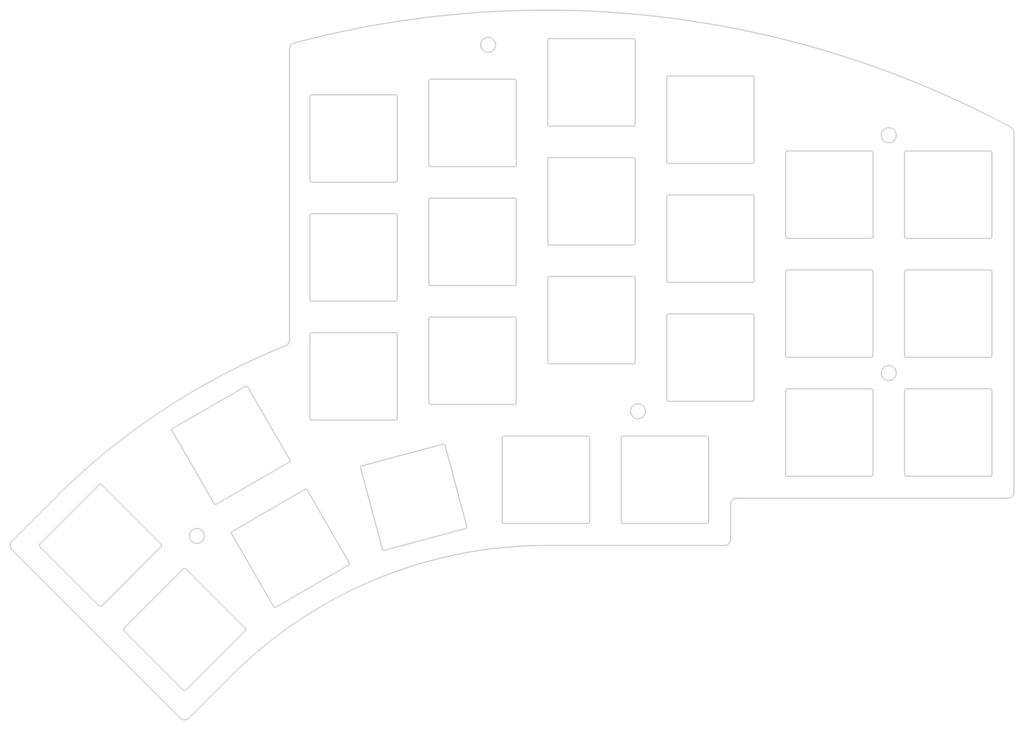
<source format=kicad_pcb>
(kicad_pcb (version 20221018) (generator pcbnew)

  (general
    (thickness 1.6)
  )

  (paper "A4")
  (layers
    (0 "F.Cu" signal)
    (31 "B.Cu" signal)
    (32 "B.Adhes" user "B.Adhesive")
    (33 "F.Adhes" user "F.Adhesive")
    (34 "B.Paste" user)
    (35 "F.Paste" user)
    (36 "B.SilkS" user "B.Silkscreen")
    (37 "F.SilkS" user "F.Silkscreen")
    (38 "B.Mask" user)
    (39 "F.Mask" user)
    (40 "Dwgs.User" user "User.Drawings")
    (41 "Cmts.User" user "User.Comments")
    (42 "Eco1.User" user "User.Eco1")
    (43 "Eco2.User" user "User.Eco2")
    (44 "Edge.Cuts" user)
    (45 "Margin" user)
    (46 "B.CrtYd" user "B.Courtyard")
    (47 "F.CrtYd" user "F.Courtyard")
    (48 "B.Fab" user)
    (49 "F.Fab" user)
    (50 "User.1" user)
    (51 "User.2" user)
    (52 "User.3" user)
    (53 "User.4" user)
    (54 "User.5" user)
    (55 "User.6" user)
    (56 "User.7" user)
    (57 "User.8" user)
    (58 "User.9" user)
  )

  (setup
    (pad_to_mask_clearance 0)
    (pcbplotparams
      (layerselection 0x0002000_7ffffffe)
      (plot_on_all_layers_selection 0x0002000_00000000)
      (disableapertmacros false)
      (usegerberextensions false)
      (usegerberattributes true)
      (usegerberadvancedattributes true)
      (creategerberjobfile true)
      (dashed_line_dash_ratio 12.000000)
      (dashed_line_gap_ratio 3.000000)
      (svgprecision 4)
      (plotframeref false)
      (viasonmask false)
      (mode 1)
      (useauxorigin false)
      (hpglpennumber 1)
      (hpglpenspeed 20)
      (hpglpendiameter 15.000000)
      (dxfpolygonmode true)
      (dxfimperialunits false)
      (dxfusepcbnewfont true)
      (psnegative false)
      (psa4output false)
      (plotreference true)
      (plotvalue true)
      (plotinvisibletext false)
      (sketchpadsonfab false)
      (subtractmaskfromsilk false)
      (outputformat 3)
      (mirror false)
      (drillshape 0)
      (scaleselection 1)
      (outputdirectory "dxf/")
    )
  )

  (net 0 "")

  (gr_line (start -26.887691 -8.253504) (end -26.887691 5.146496)
    (stroke (width 0.2) (type solid)) (layer "Edge.Cuts") (tstamp 00c409fb-acf0-46e2-ac1e-0b95576c5381))
  (gr_arc (start -46.26053 53.174318) (mid -46.967637 53.467211) (end -47.674744 53.174318)
    (stroke (width 0.2) (type solid)) (layer "Edge.Cuts") (tstamp 010753ae-f1ee-45cc-9daa-b44eada8ba66))
  (gr_line (start -30.233491 12.199829) (end -41.838231 18.899829)
    (stroke (width 0.2) (type solid)) (layer "Edge.Cuts") (tstamp 010ff617-b37d-4779-ba68-2fff777eed7b))
  (gr_line (start 85.887309 -40.582251) (end 85.887309 16.971496)
    (stroke (width 0.2) (type solid)) (layer "Edge.Cuts") (tstamp 042a5cdb-fafe-48c9-8c58-b4da1a12691b))
  (gr_arc (start -7.537691 -16.103504) (mid -7.749823 -16.191372) (end -7.837691 -16.403504)
    (stroke (width 0.2) (type solid)) (layer "Edge.Cuts") (tstamp 047a6991-4014-4da0-8188-7f76737a2c3a))
  (gr_line (start 44.262309 -35.953504) (end 44.262309 -49.353504)
    (stroke (width 0.2) (type solid)) (layer "Edge.Cuts") (tstamp 0731452d-82a2-4231-b774-ef0c31824e94))
  (gr_arc (start -26.587691 -32.653504) (mid -26.799823 -32.741372) (end -26.887691 -32.953504)
    (stroke (width 0.2) (type solid)) (layer "Edge.Cuts") (tstamp 07c05834-2af7-4f42-9f5d-3545fe67e8f3))
  (gr_arc (start 4.226418 22.016324) (mid 4.014286 21.928456) (end 3.926418 21.716324)
    (stroke (width 0.2) (type solid)) (layer "Edge.Cuts") (tstamp 098a81b9-39f0-469e-aa37-99d208068b07))
  (gr_line (start -47.179769 29.309464) (end -56.655 38.784695)
    (stroke (width 0.2) (type solid)) (layer "Edge.Cuts") (tstamp 0bbb6aeb-2d1c-4fae-95fb-4014f8a9c687))
  (gr_line (start -60.650153 35.213805) (end -70.125384 25.738575)
    (stroke (width 0.2) (type solid)) (layer "Edge.Cuts") (tstamp 0f2eecfe-83ba-4465-96f5-bd4e0b7bbbad))
  (gr_arc (start -39.423039 23.683065) (mid -39.453009 23.455419) (end -39.313231 23.273257)
    (stroke (width 0.2) (type solid)) (layer "Edge.Cuts") (tstamp 11e6ed99-dab5-45a0-9850-945be0d8def5))
  (gr_line (start -13.187691 -27.603504) (end -26.587691 -27.603504)
    (stroke (width 0.2) (type solid)) (layer "Edge.Cuts") (tstamp 123bd267-bdbf-43b0-a1d7-b09fdb6fc826))
  (gr_line (start 82.362309 14.146506) (end 82.362309 0.746506)
    (stroke (width 0.2) (type solid)) (layer "Edge.Cuts") (tstamp 13285faa-acda-4e8d-b40e-ea507ca3462e))
  (gr_arc (start -60.650153 15.83908) (mid -60.438021 15.751212) (end -60.225889 15.83908)
    (stroke (width 0.2) (type solid)) (layer "Edge.Cuts") (tstamp 1334516b-6e42-4200-99ec-4f34a313268f))
  (gr_arc (start -30.162691 -7.384762) (mid -30.333747 -6.825429) (end -30.788397 -6.457452)
    (stroke (width 0.2) (type solid)) (layer "Edge.Cuts") (tstamp 14a4199a-42cd-450f-a1a6-62cdd3276c71))
  (gr_line (start 30.262309 -11.253504) (end 30.262309 2.146496)
    (stroke (width 0.2) (type solid)) (layer "Edge.Cuts") (tstamp 15dd97b6-89ef-48e3-9f1d-832c77f01ca7))
  (gr_line (start 44.262309 2.146496) (end 44.262309 -11.253504)
    (stroke (width 0.2) (type solid)) (layer "Edge.Cuts") (tstamp 1613db92-d36f-40b4-9ba4-3a6968d65def))
  (gr_line (start -60.225889 35.213805) (end -50.750658 25.738575)
    (stroke (width 0.2) (type solid)) (layer "Edge.Cuts") (tstamp 163ed8ef-a0e4-4255-b813-72a265abb830))
  (gr_line (start -13.187691 -8.553504) (end -26.587691 -8.553504)
    (stroke (width 0.2) (type solid)) (layer "Edge.Cuts") (tstamp 16bd83cc-09e1-414b-92c9-6b1ee06cd55a))
  (gr_line (start 6.162309 -16.403504) (end 6.162309 -29.803504)
    (stroke (width 0.2) (type solid)) (layer "Edge.Cuts") (tstamp 18b10155-6661-43d9-ae73-cca6a27ffbf3))
  (gr_line (start 49.612309 -4.603504) (end 63.012309 -4.603504)
    (stroke (width 0.2) (type solid)) (layer "Edge.Cuts") (tstamp 196010c3-1be2-4dfb-9b76-2c34b75ffd5c))
  (gr_arc (start 63.312309 14.146496) (mid 63.22446 14.358653) (end 63.012309 14.446496)
    (stroke (width 0.2) (type solid)) (layer "Edge.Cuts") (tstamp 1a1d2512-a24a-46fd-9ec0-ae8d5ed17a3c))
  (gr_arc (start 63.312309 -4.903504) (mid 63.22446 -4.691347) (end 63.012309 -4.603504)
    (stroke (width 0.2) (type solid)) (layer "Edge.Cuts") (tstamp 1bb126af-8ee2-45f0-9da9-5c59f29afaac))
  (gr_arc (start -70.125384 25.738575) (mid -70.213252 25.526443) (end -70.125384 25.314311)
    (stroke (width 0.2) (type solid)) (layer "Edge.Cuts") (tstamp 1d4b1155-81b0-4c6c-b158-10f939dbab14))
  (gr_arc (start -26.587691 5.446496) (mid -26.799823 5.358628) (end -26.887691 5.146496)
    (stroke (width 0.2) (type solid)) (layer "Edge.Cuts") (tstamp 20d57b01-d464-4b64-9955-9a3f1039fdf0))
  (gr_arc (start 40.501418 18.971496) (mid 40.794331 18.264417) (end 41.501418 17.971496)
    (stroke (width 0.2) (type solid)) (layer "Edge.Cuts") (tstamp 20e32cfd-aa82-4b4a-8fc9-af8b879db775))
  (gr_line (start -7.537691 -16.103504) (end 5.862309 -16.103504)
    (stroke (width 0.2) (type solid)) (layer "Edge.Cuts") (tstamp 24856853-029b-4444-b062-37ee58f55dfe))
  (gr_line (start -74.615512 24.819336) (end -67.88032 18.084144)
    (stroke (width 0.2) (type solid)) (layer "Edge.Cuts") (tstamp 26f8a7c7-5bc1-459d-a837-ec63493029be))
  (gr_line (start 11.512309 -41.653504) (end 24.912309 -41.653504)
    (stroke (width 0.2) (type solid)) (layer "Edge.Cuts") (tstamp 27b0aeb0-7b8c-490e-8523-19ce44ab5461))
  (gr_line (start 30.562309 -16.603504) (end 43.962309 -16.603504)
    (stroke (width 0.2) (type solid)) (layer "Edge.Cuts") (tstamp 281c1cfb-1d5e-4ce7-8c66-20e355c829b0))
  (gr_line (start 84.887309 17.971496) (end 41.501418 17.971496)
    (stroke (width 0.2) (type solid)) (layer "Edge.Cuts") (tstamp 28f6674f-b485-45c2-bcb5-620c2637e34d))
  (gr_arc (start 82.062309 0.446506) (mid 82.274423 0.534391) (end 82.362309 0.746506)
    (stroke (width 0.2) (type solid)) (layer "Edge.Cuts") (tstamp 2b39d544-e9d1-4508-955d-a98de086ee2a))
  (gr_arc (start 30.262309 -30.303504) (mid 30.350196 -30.515611) (end 30.562309 -30.603504)
    (stroke (width 0.2) (type solid)) (layer "Edge.Cuts") (tstamp 2b51d662-d340-4892-b426-10c2d26d0aa5))
  (gr_arc (start -20.598683 28.287805) (mid -20.568713 28.515451) (end -20.708491 28.697613)
    (stroke (width 0.2) (type solid)) (layer "Edge.Cuts") (tstamp 2c3a9987-a645-4a29-8639-82116c6aa716))
  (gr_arc (start 24.912309 -55.653504) (mid 25.124426 -55.56562) (end 25.212309 -55.353504)
    (stroke (width 0.2) (type solid)) (layer "Edge.Cuts") (tstamp 2ca8a896-099e-464c-b522-e45a24b6f7f4))
  (gr_arc (start 63.012309 -18.603504) (mid 63.224426 -18.51562) (end 63.312309 -18.303504)
    (stroke (width 0.2) (type solid)) (layer "Edge.Cuts") (tstamp 2fe41b6a-1b8d-4b18-93bf-3d293304f575))
  (gr_arc (start -60.225889 35.213805) (mid -60.438021 35.301673) (end -60.650153 35.213805)
    (stroke (width 0.2) (type solid)) (layer "Edge.Cuts") (tstamp 2ff4a0a1-70e9-4b19-b82e-cbb47f9aab07))
  (gr_arc (start 43.962309 -30.603504) (mid 44.174426 -30.51562) (end 44.262309 -30.303504)
    (stroke (width 0.2) (type solid)) (layer "Edge.Cuts") (tstamp 3097c112-4a64-47ed-bcb2-b7a3e340d98c))
  (gr_circle (center -44.994945 24.012743) (end -43.794945 24.012743)
    (stroke (width 0.2) (type solid)) (fill none) (layer "Edge.Cuts") (tstamp 3194da47-e94e-418d-bd6f-5a43716a3702))
  (gr_arc (start 49.312309 0.746496) (mid 49.400196 0.534389) (end 49.612309 0.446496)
    (stroke (width 0.2) (type solid)) (layer "Edge.Cuts") (tstamp 31e0eeaf-3f36-4ac2-83af-19148c9c40d8))
  (gr_arc (start 85.361096 -41.462891) (mid 85.745718 -41.095178) (end 85.887309 -40.582251)
    (stroke (width 0.2) (type solid)) (layer "Edge.Cuts") (tstamp 32b54236-b253-4e9d-8a2e-788e4ef51858))
  (gr_arc (start 17.626418 8.016324) (mid 17.838519 8.104213) (end 17.926418 8.316324)
    (stroke (width 0.2) (type solid)) (layer "Edge.Cuts") (tstamp 3340db81-f2b9-4d89-bd59-414ce43c0cb6))
  (gr_line (start 68.362309 -18.303494) (end 68.362309 -4.903494)
    (stroke (width 0.2) (type solid)) (layer "Edge.Cuts") (tstamp 334e4390-dda6-4a57-8ce1-4949bfc7b1f7))
  (gr_line (start 30.562309 2.446496) (end 43.962309 2.446496)
    (stroke (width 0.2) (type solid)) (layer "Edge.Cuts") (tstamp 349cd804-64a2-4410-bc96-d8a3efb5907f))
  (gr_line (start -14.924247 26.3017) (end -1.98084 22.833525)
    (stroke (width 0.2) (type solid)) (layer "Edge.Cuts") (tstamp 34f601e2-558f-4406-9bf9-0041e6a198fe))
  (gr_arc (start 30.562309 -35.653504) (mid 30.350127 -35.74135) (end 30.262309 -35.953504)
    (stroke (width 0.2) (type solid)) (layer "Edge.Cuts") (tstamp 34fbb387-5c0f-4feb-95ae-c76790cd7a1e))
  (gr_arc (start 64.385047 -50.840167) (mid 66.148801 -50.189967) (end 67.904649 -49.518711)
    (stroke (width 0.2) (type solid)) (layer "Edge.Cuts") (tstamp 3604997a-c724-4f23-a881-a2abe11f4b4a))
  (gr_arc (start 68.662309 -23.653494) (mid 68.450158 -23.741345) (end 68.362309 -23.953494)
    (stroke (width 0.2) (type solid)) (layer "Edge.Cuts") (tstamp 3692c988-eb82-47b9-8e06-6e5035fa154d))
  (gr_arc (start 11.512309 -41.653504) (mid 11.300127 -41.74135) (end 11.212309 -41.953504)
    (stroke (width 0.2) (type solid)) (layer "Edge.Cuts") (tstamp 36c8b427-8d5f-462f-9033-577a48b9eebb))
  (gr_line (start 25.212309 -22.903504) (end 25.212309 -36.303504)
    (stroke (width 0.2) (type solid)) (layer "Edge.Cuts") (tstamp 377730f4-ba4b-418f-91e9-0271a93aeef7))
  (gr_line (start 5.862309 -30.103504) (end -7.537691 -30.103504)
    (stroke (width 0.2) (type solid)) (layer "Edge.Cuts") (tstamp 3af4b9d3-1d5c-4cb0-8f88-25a3ede5e251))
  (gr_line (start 82.062309 -37.653494) (end 68.662309 -37.653494)
    (stroke (width 0.2) (type solid)) (layer "Edge.Cuts") (tstamp 3d51a7fb-8f3b-4e52-972c-1dfe1b4ae083))
  (gr_arc (start -7.837691 -48.853504) (mid -7.749823 -49.065636) (end -7.537691 -49.153504)
    (stroke (width 0.2) (type solid)) (layer "Edge.Cuts") (tstamp 3f3a9e35-d81a-4bb5-a4fe-b4b26ddb1f35))
  (gr_arc (start 68.362309 -18.303494) (mid 68.450157 -18.515672) (end 68.662309 -18.603494)
    (stroke (width 0.2) (type solid)) (layer "Edge.Cuts") (tstamp 4022c1ef-4068-4a15-90b5-ab4350e6237c))
  (gr_line (start -37.280274 38.784695) (end -46.755505 29.309464)
    (stroke (width 0.2) (type solid)) (layer "Edge.Cuts") (tstamp 409e7cf1-0d7a-4216-9ecb-c6498eb3b9cb))
  (gr_arc (start -1.768708 22.466102) (mid -1.798679 22.693747) (end -1.98084 22.833525)
    (stroke (width 0.2) (type solid)) (layer "Edge.Cuts") (tstamp 4427b85c-7b43-4fe2-b887-910e6daa3432))
  (gr_arc (start 11.512309 -22.603504) (mid 11.300127 -22.69135) (end 11.212309 -22.903504)
    (stroke (width 0.2) (type solid)) (layer "Edge.Cuts") (tstamp 47d67135-6d73-45f5-80c3-783a93861f17))
  (gr_line (start 68.662309 -4.603494) (end 82.062309 -4.603494)
    (stroke (width 0.2) (type solid)) (layer "Edge.Cuts") (tstamp 4bf33f14-ae18-4d3d-9e7e-8089294312e1))
  (gr_line (start -5.604307 9.310563) (end -18.547713 12.778739)
    (stroke (width 0.2) (type solid)) (layer "Edge.Cuts") (tstamp 4c57fc7a-cb1b-4b29-852e-861c391d817a))
  (gr_line (start -7.837691 -10.753504) (end -7.837691 2.646496)
    (stroke (width 0.2) (type solid)) (layer "Edge.Cuts") (tstamp 4ce8c10e-0feb-4ad1-bc94-21ac29e56170))
  (gr_line (start -1.768708 22.466102) (end -5.236884 9.522696)
    (stroke (width 0.2) (type solid)) (layer "Edge.Cuts") (tstamp 4dddbef4-3193-438c-9c81-a6b03d7da204))
  (gr_arc (start -74.615512 26.233549) (mid -74.908405 25.526443) (end -74.615512 24.819336)
    (stroke (width 0.2) (type solid)) (layer "Edge.Cuts") (tstamp 4eaf72d3-34d6-441a-96b3-ca869918b036))
  (gr_line (start -7.537691 -35.153504) (end 5.862309 -35.153504)
    (stroke (width 0.2) (type solid)) (layer "Edge.Cuts") (tstamp 50c977b9-653e-4294-b078-0ffc7db4467f))
  (gr_arc (start 25.212309 -22.903504) (mid 25.12446 -22.691347) (end 24.912309 -22.603504)
    (stroke (width 0.2) (type solid)) (layer "Edge.Cuts") (tstamp 50e57182-670a-4a00-9f98-606c7938b036))
  (gr_line (start 25.212309 -41.953504) (end 25.212309 -55.353504)
    (stroke (width 0.2) (type solid)) (layer "Edge.Cuts") (tstamp 524a3982-c5d2-49be-9849-88bf66e0ff2c))
  (gr_circle (center 1.6589 -54.649999) (end 2.8589 -54.649999)
    (stroke (width 0.2) (type solid)) (fill none) (layer "Edge.Cuts") (tstamp 52f329ef-3ef1-48c8-b295-4a39f5e35b54))
  (gr_line (start 68.362309 -37.353494) (end 68.362309 -23.953494)
    (stroke (width 0.2) (type solid)) (layer "Edge.Cuts") (tstamp 531f819a-e0eb-4e5e-b264-c1547a5c908d))
  (gr_arc (start 6.162309 2.646496) (mid 6.074444 2.858631) (end 5.862309 2.946496)
    (stroke (width 0.2) (type solid)) (layer "Edge.Cuts") (tstamp 533f6989-2782-4ebc-ae07-3c2c6eb5c577))
  (gr_line (start 63.012309 0.446496) (end 49.612309 0.446496)
    (stroke (width 0.2) (type solid)) (layer "Edge.Cuts") (tstamp 5381681e-09ab-44cc-8243-51c40b53f613))
  (gr_arc (start 82.362309 -23.953494) (mid 82.274421 -23.741408) (end 82.062309 -23.653494)
    (stroke (width 0.2) (type solid)) (layer "Edge.Cuts") (tstamp 54531aab-3797-49e5-8705-f50cb035aa4b))
  (gr_line (start 49.312309 -37.353504) (end 49.312309 -23.953504)
    (stroke (width 0.2) (type solid)) (layer "Edge.Cuts") (tstamp 5470562d-b2b2-496c-8920-f713918ffbb4))
  (gr_arc (start 11.512309 -3.553504) (mid 11.300127 -3.64135) (end 11.212309 -3.853504)
    (stroke (width 0.2) (type solid)) (layer "Edge.Cuts") (tstamp 55593b36-fbdd-453d-a89c-3fe314588b5b))
  (gr_arc (start 36.676418 8.016324) (mid 36.888519 8.104213) (end 36.976418 8.316324)
    (stroke (width 0.2) (type solid)) (layer "Edge.Cuts") (tstamp 556088e0-8584-4892-aa15-c6aa0742509f))
  (gr_line (start -39.313231 23.273257) (end -27.708491 16.573257)
    (stroke (width 0.2) (type solid)) (layer "Edge.Cuts") (tstamp 55a9416d-9033-40e2-a640-ae27c9e7b154))
  (gr_line (start 24.912309 -17.553504) (end 11.512309 -17.553504)
    (stroke (width 0.2) (type solid)) (layer "Edge.Cuts") (tstamp 5607645f-4020-4cdc-90f5-32d75b6b4c2c))
  (gr_line (start 49.312309 0.746496) (end 49.312309 14.146496)
    (stroke (width 0.2) (type solid)) (layer "Edge.Cuts") (tstamp 57e42153-63d0-40a9-817a-5481cf921b30))
  (gr_line (start -12.887691 5.146496) (end -12.887691 -8.253504)
    (stroke (width 0.2) (type solid)) (layer "Edge.Cuts") (tstamp 58d02b29-2f22-4903-9218-dff4a47e1c9f))
  (gr_arc (start -48.948039 7.185281) (mid -48.978009 6.957635) (end -48.838231 6.775473)
    (stroke (width 0.2) (type solid)) (layer "Edge.Cuts") (tstamp 58e9eec7-91c1-496c-a347-abd24e859a01))
  (gr_arc (start 6.162309 -16.403504) (mid 6.074444 -16.191369) (end 5.862309 -16.103504)
    (stroke (width 0.2) (type solid)) (layer "Edge.Cuts") (tstamp 595101fa-05f9-4a7e-87c7-99baa75e068a))
  (gr_arc (start 43.962309 -49.653504) (mid 44.174426 -49.56562) (end 44.262309 -49.353504)
    (stroke (width 0.2) (type solid)) (layer "Edge.Cuts") (tstamp 5bfb5776-1475-45af-8192-c9b82bf1f710))
  (gr_line (start 23.276418 8.016324) (end 36.676418 8.016324)
    (stroke (width 0.2) (type solid)) (layer "Edge.Cuts") (tstamp 5dce7b5d-c429-4019-bc44-4df65ca26622))
  (gr_line (start 3.926418 8.316324) (end 3.926418 21.716324)
    (stroke (width 0.2) (type solid)) (layer "Edge.Cuts") (tstamp 5f7ffba4-d024-462b-9c47-c603a84324fd))
  (gr_arc (start 25.212309 -41.953504) (mid 25.12446 -41.741347) (end 24.912309 -41.653504)
    (stroke (width 0.2) (type solid)) (layer "Edge.Cuts") (tstamp 615f4e87-2556-4a06-bfb8-91c13b362031))
  (gr_line (start -39.525338 46.439126) (end -46.26053 53.174318)
    (stroke (width 0.2) (type solid)) (layer "Edge.Cuts") (tstamp 6197efdb-8475-47db-b682-4cbfcb55493f))
  (gr_arc (start -7.837691 -29.803504) (mid -7.749823 -30.015636) (end -7.537691 -30.103504)
    (stroke (width 0.2) (type solid)) (layer "Edge.Cuts") (tstamp 62246ad0-231a-4381-8190-832278595a78))
  (gr_line (start 44.262309 -16.903504) (end 44.262309 -30.303504)
    (stroke (width 0.2) (type solid)) (layer "Edge.Cuts") (tstamp 624639ba-2c16-4aa4-84bb-320fad02232e))
  (gr_line (start 11.512309 -22.603504) (end 24.912309 -22.603504)
    (stroke (width 0.2) (type solid)) (layer "Edge.Cuts") (tstamp 63020fe5-ebcc-4462-a58e-b446bfc21359))
  (gr_arc (start 68.662309 -4.603494) (mid 68.450158 -4.691345) (end 68.362309 -4.903494)
    (stroke (width 0.2) (type solid)) (layer "Edge.Cuts") (tstamp 6460dddc-823a-4df0-a6d5-51bb37232412))
  (gr_line (start 63.312309 -23.953504) (end 63.312309 -37.353504)
    (stroke (width 0.2) (type solid)) (layer "Edge.Cuts") (tstamp 64e04856-eadc-40e5-bf5a-c6d1d302d09c))
  (gr_line (start 43.962309 -11.553504) (end 30.562309 -11.553504)
    (stroke (width 0.2) (type solid)) (layer "Edge.Cuts") (tstamp 65cc5138-d021-4645-84ce-81fa546ab0ec))
  (gr_arc (start 25.212309 -3.853504) (mid 25.12446 -3.641347) (end 24.912309 -3.553504)
    (stroke (width 0.2) (type solid)) (layer "Edge.Cuts") (tstamp 681c72ed-2f20-4442-8adc-3098c749f6dc))
  (gr_arc (start 63.312309 -23.953504) (mid 63.22446 -23.741347) (end 63.012309 -23.653504)
    (stroke (width 0.2) (type solid)) (layer "Edge.Cuts") (tstamp 6836fedf-0781-4c8f-8a4d-4f408bf27e28))
  (gr_arc (start -41.838231 18.899829) (mid -42.065877 18.929799) (end -42.248039 18.790021)
    (stroke (width 0.2) (type solid)) (layer "Edge.Cuts") (tstamp 68972375-0b19-4ef6-810a-21da25f2844f))
  (gr_arc (start -30.162691 -53.979722) (mid -29.95541 -54.589309) (end -29.419498 -54.946185)
    (stroke (width 0.2) (type solid)) (layer "Edge.Cuts") (tstamp 6930a2ec-b786-45b4-bca1-9ea6ed2df676))
  (gr_arc (start -12.887691 -32.953504) (mid -12.975559 -32.741372) (end -13.187691 -32.653504)
    (stroke (width 0.2) (type solid)) (layer "Edge.Cuts") (tstamp 6a2b17c0-6afd-4b66-8e49-18fb229ddf6b))
  (gr_line (start -42.248039 18.790021) (end -48.948039 7.185281)
    (stroke (width 0.2) (type solid)) (layer "Edge.Cuts") (tstamp 6b4f60d2-f02c-476c-9231-7b041d9245f0))
  (gr_arc (start -27.708491 16.573257) (mid -27.480845 16.543287) (end -27.298683 16.683065)
    (stroke (width 0.2) (type solid)) (layer "Edge.Cuts") (tstamp 6d06e0dc-38b3-4ca6-81f2-2603de54a370))
  (gr_line (start -12.887691 -13.903504) (end -12.887691 -27.303504)
    (stroke (width 0.2) (type solid)) (layer "Edge.Cuts") (tstamp 6d4abe2b-186e-4735-96e3-e041ee2b15a9))
  (gr_arc (start -30.123683 11.790021) (mid -30.093713 12.017667) (end -30.233491 12.199829)
    (stroke (width 0.2) (type solid)) (layer "Edge.Cuts") (tstamp 6e4a32c6-a02f-479a-b6a8-22b3e9381520))
  (gr_arc (start 11.212309 -17.253504) (mid 11.30018 -17.465633) (end 11.512309 -17.553504)
    (stroke (width 0.2) (type solid)) (layer "Edge.Cuts") (tstamp 6ec1e8b6-35b2-4de4-a195-e33d37f02606))
  (gr_line (start 63.012309 -37.653504) (end 49.612309 -37.653504)
    (stroke (width 0.2) (type solid)) (layer "Edge.Cuts") (tstamp 6ee795f4-e205-4fe0-b35d-6e19a304ecac))
  (gr_arc (start -7.537691 -35.153504) (mid -7.749823 -35.241372) (end -7.837691 -35.453504)
    (stroke (width 0.2) (type solid)) (layer "Edge.Cuts") (tstamp 6f7c0079-75ff-4ec0-bfa4-75f2bcbaa13e))
  (gr_arc (start 30.262309 -49.353504) (mid 30.350196 -49.565611) (end 30.562309 -49.653504)
    (stroke (width 0.2) (type solid)) (layer "Edge.Cuts") (tstamp 7211a515-6809-48c3-956c-6e99e513141b))
  (gr_line (start 49.612309 -23.653504) (end 63.012309 -23.653504)
    (stroke (width 0.2) (type solid)) (layer "Edge.Cuts") (tstamp 74eecc4b-d3cc-45d1-b63e-5fe52f47661a))
  (gr_line (start -60.225889 15.83908) (end -50.750658 25.314311)
    (stroke (width 0.2) (type solid)) (layer "Edge.Cuts") (tstamp 75f63276-bcc5-48de-83ea-bbfdac1f0219))
  (gr_arc (start 40.501418 24.541324) (mid 40.208505 25.248411) (end 39.501418 25.541324)
    (stroke (width 0.2) (type solid)) (layer "Edge.Cuts") (tstamp 76d94818-b437-495e-95d4-3fccef3be382))
  (gr_line (start 5.862309 -11.053504) (end -7.537691 -11.053504)
    (stroke (width 0.2) (type solid)) (layer "Edge.Cuts") (tstamp 772434c0-ca52-4888-acec-7ae674187d5b))
  (gr_line (start -30.162691 -7.384762) (end -30.162691 -53.979722)
    (stroke (width 0.2) (type solid)) (layer "Edge.Cuts") (tstamp 77d7c267-c816-410a-b46b-b58bb8322eeb))
  (gr_arc (start -5.604307 9.310563) (mid -5.376661 9.340534) (end -5.236884 9.522696)
    (stroke (width 0.2) (type solid)) (layer "Edge.Cuts") (tstamp 79429a25-4148-4dd9-8b0b-7ebb57c3d105))
  (gr_arc (start 24.912309 -36.603504) (mid 25.124426 -36.51562) (end 25.212309 -36.303504)
    (stroke (width 0.2) (type solid)) (layer "Edge.Cuts") (tstamp 794dc867-430e-4bbd-ad64-138ebef3c740))
  (gr_arc (start -26.887691 -27.303504) (mid -26.799823 -27.515636) (end -26.587691 -27.603504)
    (stroke (width 0.2) (type solid)) (layer "Edge.Cuts") (tstamp 7baf4bf5-4c7a-4974-bf45-b7fbd974a94c))
  (gr_arc (start 82.362309 -4.903494) (mid 82.274421 -4.691408) (end 82.062309 -4.603494)
    (stroke (width 0.2) (type solid)) (layer "Edge.Cuts") (tstamp 7c0a2a60-0225-4681-a186-aa1dd614422a))
  (gr_arc (start 22.976418 8.316324) (mid 23.064267 8.104173) (end 23.276418 8.016324)
    (stroke (width 0.2) (type solid)) (layer "Edge.Cuts") (tstamp 7c2e4f29-77b8-4a90-9c04-02eaec745b34))
  (gr_arc (start 5.862309 -11.053504) (mid 6.074438 -10.965633) (end 6.162309 -10.753504)
    (stroke (width 0.2) (type solid)) (layer "Edge.Cuts") (tstamp 7cfa35ca-dd9c-4857-81cb-e1a02e98f2b9))
  (gr_arc (start -12.887691 -13.903504) (mid -12.975559 -13.691372) (end -13.187691 -13.603504)
    (stroke (width 0.2) (type solid)) (layer "Edge.Cuts") (tstamp 7d98712b-86ca-4052-8574-5f5074788b28))
  (gr_arc (start -46.755505 48.68419) (mid -46.967637 48.772058) (end -47.179769 48.68419)
    (stroke (width 0.2) (type solid)) (layer "Edge.Cuts") (tstamp 7dd897fb-5abf-47da-a31a-8ac66c92f394))
  (gr_line (start -70.125384 25.314311) (end -60.650153 15.83908)
    (stroke (width 0.2) (type solid)) (layer "Edge.Cuts") (tstamp 7f42ab7c-2e98-4069-ac81-02c605f1e76e))
  (gr_arc (start 6.162309 -35.453504) (mid 6.074444 -35.241369) (end 5.862309 -35.153504)
    (stroke (width 0.2) (type solid)) (layer "Edge.Cuts") (tstamp 7fff31cf-1c32-4531-a874-a48f6ff638fa))
  (gr_line (start 30.262309 -30.303504) (end 30.262309 -16.903504)
    (stroke (width 0.2) (type solid)) (layer "Edge.Cuts") (tstamp 800d2a96-428c-4f2f-83b4-302cd99efc08))
  (gr_line (start 11.212309 -17.253504) (end 11.212309 -3.853504)
    (stroke (width 0.2) (type solid)) (layer "Edge.Cuts") (tstamp 806bf70b-4c03-4fcf-80ec-cf394eabf40e))
  (gr_circle (center 65.837309 -2.078494) (end 67.037309 -2.078494)
    (stroke (width 0.2) (type solid)) (fill none) (layer "Edge.Cuts") (tstamp 80df3902-0a63-49cd-b44d-f474dacc02ef))
  (gr_arc (start 30.562309 -16.603504) (mid 30.350127 -16.69135) (end 30.262309 -16.903504)
    (stroke (width 0.2) (type solid)) (layer "Edge.Cuts") (tstamp 828d5c65-1264-4aff-b9a5-d7ee4af97f41))
  (gr_line (start 63.312309 14.146496) (end 63.312309 0.746496)
    (stroke (width 0.2) (type solid)) (layer "Edge.Cuts") (tstamp 831fa0c4-d953-4c80-8667-88f418b0645a))
  (gr_line (start 4.226418 22.016324) (end 17.626418 22.016324)
    (stroke (width 0.2) (type solid)) (layer "Edge.Cuts") (tstamp 83fb4931-63a8-4f68-ab59-1aa8f8f3943c))
  (gr_arc (start 36.976418 21.716324) (mid 36.888531 21.928437) (end 36.676418 22.016324)
    (stroke (width 0.2) (type solid)) (layer "Edge.Cuts") (tstamp 84a3edbc-d6fa-4c8a-afbd-a2433508caa2))
  (gr_line (start -20.708491 28.697613) (end -32.313231 35.397613)
    (stroke (width 0.2) (type solid)) (layer "Edge.Cuts") (tstamp 84f27e97-8eb8-4a30-95a2-744457f21a4d))
  (gr_arc (start 63.012309 -37.653504) (mid 63.224426 -37.56562) (end 63.312309 -37.353504)
    (stroke (width 0.2) (type solid)) (layer "Edge.Cuts") (tstamp 8597525b-2cc6-4312-80f7-aa2664f66319))
  (gr_line (start 43.962309 -49.653504) (end 30.562309 -49.653504)
    (stroke (width 0.2) (type solid)) (layer "Edge.Cuts") (tstamp 876c5044-133a-4257-99c3-dea429e1f397))
  (gr_arc (start 23.276418 22.016324) (mid 23.064255 21.928477) (end 22.976418 21.716324)
    (stroke (width 0.2) (type solid)) (layer "Edge.Cuts") (tstamp 888ae84c-b51a-43c2-bf0f-18a9ae6aa33d))
  (gr_line (start -36.823683 0.185281) (end -30.123683 11.790021)
    (stroke (width 0.2) (type solid)) (layer "Edge.Cuts") (tstamp 8c535b9f-330d-4dd0-8391-44197858445f))
  (gr_line (start 30.562309 -35.653504) (end 43.962309 -35.653504)
    (stroke (width 0.2) (type solid)) (layer "Edge.Cuts") (tstamp 8e1383ed-936c-4dc8-b7af-b4b34faa70d0))
  (gr_line (start 36.676418 22.016324) (end 23.276418 22.016324)
    (stroke (width 0.2) (type solid)) (layer "Edge.Cuts") (tstamp 9100ff6c-88ab-4f6f-8217-68d4cc4eb5a4))
  (gr_line (start -18.759845 13.146162) (end -15.29167 26.089568)
    (stroke (width 0.2) (type solid)) (layer "Edge.Cuts") (tstamp 92c0dfa4-98be-45a0-8ec9-db54ab3f3aff))
  (gr_arc (start -26.887691 -46.353504) (mid -26.799823 -46.565636) (end -26.587691 -46.653504)
    (stroke (width 0.2) (type solid)) (layer "Edge.Cuts") (tstamp 9311dbd2-02a8-4a99-a145-dc2aac2c7434))
  (gr_arc (start -32.313231 35.397613) (mid -32.540877 35.427583) (end -32.723039 35.287805)
    (stroke (width 0.2) (type solid)) (layer "Edge.Cuts") (tstamp 95020331-9bd1-4f35-a496-90dae395cdd6))
  (gr_line (start -27.298683 16.683065) (end -20.598683 28.287805)
    (stroke (width 0.2) (type solid)) (layer "Edge.Cuts") (tstamp 970a1d5a-7a0c-4413-8af6-109d11e29ef7))
  (gr_arc (start 82.062309 -37.653494) (mid 82.274423 -37.565609) (end 82.362309 -37.353494)
    (stroke (width 0.2) (type solid)) (layer "Edge.Cuts") (tstamp 978d261d-3663-4c84-b52d-c45063f3aa62))
  (gr_arc (start -39.525338 46.439126) (mid -16.377876 30.972486) (end 10.926418 25.541324)
    (stroke (width 0.2) (type solid)) (layer "Edge.Cuts") (tstamp 97f930cc-6227-4045-b91d-127ca9d5f1c7))
  (gr_line (start 25.212309 -3.853504) (end 25.212309 -17.253504)
    (stroke (width 0.2) (type solid)) (layer "Edge.Cuts") (tstamp 98b20be8-2ccb-4b0f-a45d-2a6f30a60bc8))
  (gr_line (start 39.501418 25.541324) (end 10.926418 25.541324)
    (stroke (width 0.2) (type solid)) (layer "Edge.Cuts") (tstamp 99b9aad6-7078-4de1-8d7e-7a6d6cd755c6))
  (gr_line (start -32.723039 35.287805) (end -39.423039 23.683065)
    (stroke (width 0.2) (type solid)) (layer "Edge.Cuts") (tstamp 9a95123c-9060-4a82-ac25-8846b23ff8b2))
  (gr_arc (start 49.612309 -4.603504) (mid 49.400127 -4.69135) (end 49.312309 -4.903504)
    (stroke (width 0.2) (type solid)) (layer "Edge.Cuts") (tstamp 9b4305b8-ff18-470b-a3f8-3ae85de87136))
  (gr_line (start 22.976418 21.716324) (end 22.976418 8.316324)
    (stroke (width 0.2) (type solid)) (layer "Edge.Cuts") (tstamp 9b6261d9-ce98-4982-9718-462cf0c7c9d9))
  (gr_line (start -47.674744 53.174318) (end -74.615512 26.233549)
    (stroke (width 0.2) (type solid)) (layer "Edge.Cuts") (tstamp 9de4bbb3-1978-4723-93e5-c2da950e87df))
  (gr_line (start 63.012309 -18.603504) (end 49.612309 -18.603504)
    (stroke (width 0.2) (type solid)) (layer "Edge.Cuts") (tstamp 9de6e7b3-82f9-42ad-8b9c-682a415d7115))
  (gr_line (start 30.262309 -49.353504) (end 30.262309 -35.953504)
    (stroke (width 0.2) (type solid)) (layer "Edge.Cuts") (tstamp 9f42b483-9e5b-42ac-af4e-b9a05af9a2e2))
  (gr_arc (start -18.759845 13.146162) (mid -18.729875 12.918516) (end -18.547713 12.778739)
    (stroke (width 0.2) (type solid)) (layer "Edge.Cuts") (tstamp a022d8fc-c5ed-491d-8b3f-32105da0cda1))
  (gr_arc (start -13.187691 -46.653504) (mid -12.975559 -46.565636) (end -12.887691 -46.353504)
    (stroke (width 0.2) (type solid)) (layer "Edge.Cuts") (tstamp a0513e54-ce16-4ebd-bf1d-26ba50ec2169))
  (gr_arc (start -37.233491 0.075473) (mid -37.005845 0.045503) (end -36.823683 0.185281)
    (stroke (width 0.2) (type solid)) (layer "Edge.Cuts") (tstamp a130ba5a-336d-491e-b01e-6c70d2e31d4f))
  (gr_line (start 63.312309 -4.903504) (end 63.312309 -18.303504)
    (stroke (width 0.2) (type solid)) (layer "Edge.Cuts") (tstamp a295cc2e-6ee4-4910-b70a-d3055c709441))
  (gr_arc (start -47.179769 29.309464) (mid -46.967637 29.221596) (end -46.755505 29.309464)
    (stroke (width 0.2) (type solid)) (layer "Edge.Cuts") (tstamp a2d584bd-1ae6-44aa-ad4d-a655a8f0ad26))
  (gr_line (start 17.926418 21.716324) (end 17.926418 8.316324)
    (stroke (width 0.2) (type solid)) (layer "Edge.Cuts") (tstamp a32a6f38-9c36-457a-8ad4-d3aba306fc04))
  (gr_line (start 6.162309 2.646496) (end 6.162309 -10.753504)
    (stroke (width 0.2) (type solid)) (layer "Edge.Cuts") (tstamp a36034e3-a2f8-4226-95ae-c97692a94bcc))
  (gr_arc (start 5.862309 -30.103504) (mid 6.074438 -30.015633) (end 6.162309 -29.803504)
    (stroke (width 0.2) (type solid)) (layer "Edge.Cuts") (tstamp a37a94a7-1b85-4fac-b0e7-179047df5e09))
  (gr_arc (start 30.562309 2.446496) (mid 30.350127 2.35865) (end 30.262309 2.146496)
    (stroke (width 0.2) (type solid)) (layer "Edge.Cuts") (tstamp a39772d4-6e58-4710-a8ca-c93989e16824))
  (gr_arc (start -56.655 39.208959) (mid -56.742868 38.996827) (end -56.655 38.784695)
    (stroke (width 0.2) (type solid)) (layer "Edge.Cuts") (tstamp a3bf66c5-4d90-4081-993a-22def3307b59))
  (gr_line (start 17.626418 8.016324) (end 4.226418 8.016324)
    (stroke (width 0.2) (type solid)) (layer "Edge.Cuts") (tstamp a4d26275-e636-4fdf-9202-f25adab7d2e0))
  (gr_arc (start -13.187691 -27.603504) (mid -12.975559 -27.515636) (end -12.887691 -27.303504)
    (stroke (width 0.2) (type solid)) (layer "Edge.Cuts") (tstamp a60550de-c6a3-4f55-9527-8877c6ff5247))
  (gr_arc (start -12.887691 5.146496) (mid -12.975559 5.358628) (end -13.187691 5.446496)
    (stroke (width 0.2) (type solid)) (layer "Edge.Cuts") (tstamp a9d332e2-f9c3-4181-83cd-def49c32da0f))
  (gr_arc (start 49.312309 -18.303504) (mid 49.400196 -18.515611) (end 49.612309 -18.603504)
    (stroke (width 0.2) (type solid)) (layer "Edge.Cuts") (tstamp add99086-cfbd-41a2-9ec3-6315fabb9a73))
  (gr_line (start 11.212309 -36.303504) (end 11.212309 -22.903504)
    (stroke (width 0.2) (type solid)) (layer "Edge.Cuts") (tstamp b2ca800c-b280-405e-a5e9-54ecb08da0b8))
  (gr_line (start -26.587691 -32.653504) (end -13.187691 -32.653504)
    (stroke (width 0.2) (type solid)) (layer "Edge.Cuts") (tstamp b36cad25-b6bd-47b6-960b-982e728cc909))
  (gr_line (start 11.512309 -3.553504) (end 24.912309 -3.553504)
    (stroke (width 0.2) (type solid)) (layer "Edge.Cuts") (tstamp b3a1ea53-7dab-41f4-bd33-5712c9091860))
  (gr_line (start -12.887691 -32.953504) (end -12.887691 -46.353504)
    (stroke (width 0.2) (type solid)) (layer "Edge.Cuts") (tstamp b438acee-8933-4bcc-805f-ac76f967e1d3))
  (gr_arc (start 49.612309 14.446496) (mid 49.400127 14.35865) (end 49.312309 14.146496)
    (stroke (width 0.2) (type solid)) (layer "Edge.Cuts") (tstamp b8d3eb53-f3eb-4415-a311-831906af31a9))
  (gr_arc (start 63.012309 0.446496) (mid 63.224426 0.53438) (end 63.312309 0.746496)
    (stroke (width 0.2) (type solid)) (layer "Edge.Cuts") (tstamp ba120010-10fc-468e-bbd9-d4a70d8d2ea8))
  (gr_line (start -13.187691 -46.653504) (end -26.587691 -46.653504)
    (stroke (width 0.2) (type solid)) (layer "Edge.Cuts") (tstamp bbef28ec-81d2-443f-9e94-0bfbf5b346e4))
  (gr_line (start 68.662309 14.446506) (end 82.062309 14.446506)
    (stroke (width 0.2) (type solid)) (layer "Edge.Cuts") (tstamp bc1c789f-ddcd-49a1-b899-3d8916338322))
  (gr_line (start 24.912309 -55.653504) (end 11.512309 -55.653504)
    (stroke (width 0.2) (type solid)) (layer "Edge.Cuts") (tstamp bcd5cbff-50be-4f22-8725-68b4d9cb00e9))
  (gr_line (start 40.501418 18.971496) (end 40.501418 24.541324)
    (stroke (width 0.2) (type solid)) (layer "Edge.Cuts") (tstamp bd4235a4-d3ed-4795-b380-7dd54205cf20))
  (gr_line (start -7.837691 -48.853504) (end -7.837691 -35.453504)
    (stroke (width 0.2) (type solid)) (layer "Edge.Cuts") (tstamp bedaa0e6-6058-4b8b-8d07-236930d8f208))
  (gr_arc (start 17.926418 21.716324) (mid 17.838531 21.928437) (end 17.626418 22.016324)
    (stroke (width 0.2) (type solid)) (layer "Edge.Cuts") (tstamp bfbcd92d-308b-4d10-a31a-610cdaff0425))
  (gr_arc (start 11.212309 -55.353504) (mid 11.30018 -55.565633) (end 11.512309 -55.653504)
    (stroke (width 0.2) (type solid)) (layer "Edge.Cuts") (tstamp c01d1e49-67e2-4942-8aa4-f86fe9ede0e8))
  (gr_arc (start -67.88032 18.084144) (mid -50.571011 3.944282) (end -30.788397 -6.457452)
    (stroke (width 0.2) (type solid)) (layer "Edge.Cuts") (tstamp c04bc0d6-af84-4461-a8ec-766b8edc6751))
  (gr_circle (center 25.6759 4.039999) (end 26.8759 4.039999)
    (stroke (width 0.2) (type solid)) (fill none) (layer "Edge.Cuts") (tstamp c11302f6-bd35-404c-b70b-010c2f0b9a8a))
  (gr_line (start -48.838231 6.775473) (end -37.233491 0.075473)
    (stroke (width 0.2) (type solid)) (layer "Edge.Cuts") (tstamp c16e8b2c-05d6-49d7-80ef-0362e69f6503))
  (gr_arc (start 11.212309 -36.303504) (mid 11.30018 -36.515633) (end 11.512309 -36.603504)
    (stroke (width 0.2) (type solid)) (layer "Edge.Cuts") (tstamp c35ea1ec-cda3-4d39-9e12-baf6ed65b7cf))
  (gr_line (start 82.062309 0.446506) (end 68.662309 0.446506)
    (stroke (width 0.2) (type solid)) (layer "Edge.Cuts") (tstamp c5f49ed1-3a31-484e-8f4d-35c72da6bfba))
  (gr_line (start 49.612309 14.446496) (end 63.012309 14.446496)
    (stroke (width 0.2) (type solid)) (layer "Edge.Cuts") (tstamp c6c3a6fd-5d6d-4c3b-b8b2-1a78ceb2a70d))
  (gr_line (start 82.062309 -18.603494) (end 68.662309 -18.603494)
    (stroke (width 0.2) (type solid)) (layer "Edge.Cuts") (tstamp c722336c-9271-47cc-a5a9-f2341b62abbb))
  (gr_line (start -56.655 39.208959) (end -47.179769 48.68419)
    (stroke (width 0.2) (type solid)) (layer "Edge.Cuts") (tstamp c898e199-aa38-4347-a111-209559750fab))
  (gr_line (start 49.312309 -18.303504) (end 49.312309 -4.903504)
    (stroke (width 0.2) (type solid)) (layer "Edge.Cuts") (tstamp c8adc5d6-141e-4985-aa85-fb72f808b628))
  (gr_line (start 82.362309 -23.953494) (end 82.362309 -37.353494)
    (stroke (width 0.2) (type solid)) (layer "Edge.Cuts") (tstamp ca1437b8-c916-45bb-82b2-d28feccafbca))
  (gr_arc (start -26.887691 -8.253504) (mid -26.799823 -8.465636) (end -26.587691 -8.553504)
    (stroke (width 0.2) (type solid)) (layer "Edge.Cuts") (tstamp cb08ede8-c2ef-46d7-bead-d33220ecba23))
  (gr_arc (start -29.419498 -54.946185) (mid 17.796691 -60.064803) (end 64.385047 -50.840167)
    (stroke (width 0.2) (type solid)) (layer "Edge.Cuts") (tstamp cb27426f-03b3-4cdc-a38b-092cafe0bf4c))
  (gr_arc (start 44.262309 2.146496) (mid 44.17446 2.358653) (end 43.962309 2.446496)
    (stroke (width 0.2) (type solid)) (layer "Edge.Cuts") (tstamp cb6f06cf-10be-4ee5-a973-e54c5f6c0710))
  (gr_arc (start -13.187691 -8.553504) (mid -12.975559 -8.465636) (end -12.887691 -8.253504)
    (stroke (width 0.2) (type solid)) (layer "Edge.Cuts") (tstamp cc27350f-e307-4979-91ff-2675b44f4e75))
  (gr_arc (start -7.837691 -10.753504) (mid -7.749823 -10.965636) (end -7.537691 -11.053504)
    (stroke (width 0.2) (type solid)) (layer "Edge.Cuts") (tstamp cc5de25b-1737-45b3-9f1b-345964f1a4e5))
  (gr_line (start 68.362309 0.746506) (end 68.362309 14.146506)
    (stroke (width 0.2) (type solid)) (layer "Edge.Cuts") (tstamp cce28371-8389-4c7b-85f7-dd82f195549c))
  (gr_arc (start -14.924247 26.3017) (mid -15.151892 26.27173) (end -15.29167 26.089568)
    (stroke (width 0.2) (type solid)) (layer "Edge.Cuts") (tstamp cd386736-de62-4320-aa3a-3e781e2fadce))
  (gr_line (start 43.962309 -30.603504) (end 30.562309 -30.603504)
    (stroke (width 0.2) (type solid)) (layer "Edge.Cuts") (tstamp cdddf106-5700-4fe2-a8f2-63bc77e7c7bc))
  (gr_arc (start 68.362309 0.746506) (mid 68.450157 0.534328) (end 68.662309 0.446506)
    (stroke (width 0.2) (type solid)) (layer "Edge.Cuts") (tstamp ce2d90f3-114e-4e03-9d38-4d2ec071de0f))
  (gr_line (start 82.362309 -4.903494) (end 82.362309 -18.303494)
    (stroke (width 0.2) (type solid)) (layer "Edge.Cuts") (tstamp ced3ac9d-a1d5-4dfc-a61d-06cdf6615d13))
  (gr_arc (start 67.904649 -49.518711) (mid 76.756216 -45.758079) (end 85.361096 -41.462891)
    (stroke (width 0.2) (type solid)) (layer "Edge.Cuts") (tstamp cfdebc4b-465e-4688-a31c-089959e6b706))
  (gr_arc (start -37.280274 38.784695) (mid -37.192406 38.996827) (end -37.280274 39.208959)
    (stroke (width 0.2) (type solid)) (layer "Edge.Cuts") (tstamp cff0d57a-1535-47fc-b701-d18661ae43a1))
  (gr_arc (start -26.587691 -13.603504) (mid -26.799823 -13.691372) (end -26.887691 -13.903504)
    (stroke (width 0.2) (type solid)) (layer "Edge.Cuts") (tstamp d026b2c7-1e94-4a83-bc33-9c54e98cf0aa))
  (gr_line (start -26.587691 -13.603504) (end -13.187691 -13.603504)
    (stroke (width 0.2) (type solid)) (layer "Edge.Cuts") (tstamp d16afb68-c38c-4989-b84b-f14ffe4507e2))
  (gr_line (start 68.662309 -23.653494) (end 82.062309 -23.653494)
    (stroke (width 0.2) (type solid)) (layer "Edge.Cuts") (tstamp d229f96f-91ff-452e-876a-076701f06c9e))
  (gr_line (start -7.837691 -29.803504) (end -7.837691 -16.403504)
    (stroke (width 0.2) (type solid)) (layer "Edge.Cuts") (tstamp d31346f6-fb57-4548-a641-5274e1b0a034))
  (gr_line (start 11.212309 -55.353504) (end 11.212309 -41.953504)
    (stroke (width 0.2) (type solid)) (layer "Edge.Cuts") (tstamp d51fcceb-b1a9-4c86-97c6-bfbd2738e567))
  (gr_line (start -26.887691 -27.303504) (end -26.887691 -13.903504)
    (stroke (width 0.2) (type solid)) (layer "Edge.Cuts") (tstamp d836f6a6-25d2-44fa-8914-c2f9ca5dddbc))
  (gr_arc (start 82.062309 -18.603494) (mid 82.274423 -18.515609) (end 82.362309 -18.303494)
    (stroke (width 0.2) (type solid)) (layer "Edge.Cuts") (tstamp d9fa0bbf-03d6-4eeb-a824-e3b5d29035e5))
  (gr_line (start 24.912309 -36.603504) (end 11.512309 -36.603504)
    (stroke (width 0.2) (type solid)) (layer "Edge.Cuts") (tstamp daea9737-3df4-4510-b08d-131ffc90d686))
  (gr_arc (start 30.262309 -11.253504) (mid 30.350196 -11.465611) (end 30.562309 -11.553504)
    (stroke (width 0.2) (type solid)) (layer "Edge.Cuts") (tstamp db86e8a0-698e-4283-9721-dbb648645b0c))
  (gr_arc (start 44.262309 -16.903504) (mid 44.17446 -16.691347) (end 43.962309 -16.603504)
    (stroke (width 0.2) (type solid)) (layer "Edge.Cuts") (tstamp e260453d-fb75-4da6-9132-50df7735ca6d))
  (gr_arc (start 44.262309 -35.953504) (mid 44.17446 -35.741347) (end 43.962309 -35.653504)
    (stroke (width 0.2) (type solid)) (layer "Edge.Cuts") (tstamp e354081f-bd06-4825-be4e-cb6ed927be2a))
  (gr_line (start 6.162309 -35.453504) (end 6.162309 -48.853504)
    (stroke (width 0.2) (type solid)) (layer "Edge.Cuts") (tstamp e438f977-11aa-42d7-8a77-a713b6781f65))
  (gr_arc (start 24.912309 -17.553504) (mid 25.124426 -17.46562) (end 25.212309 -17.253504)
    (stroke (width 0.2) (type solid)) (layer "Edge.Cuts") (tstamp e47f7dac-1cef-42ee-b847-f1541f2b0a70))
  (gr_arc (start 3.926418 8.316324) (mid 4.014278 8.104184) (end 4.226418 8.016324)
    (stroke (width 0.2) (type solid)) (layer "Edge.Cuts") (tstamp e509f6ce-4b8b-48b6-a15b-c2bcaf199471))
  (gr_arc (start 68.662309 14.446506) (mid 68.450158 14.358655) (end 68.362309 14.146506)
    (stroke (width 0.2) (type solid)) (layer "Edge.Cuts") (tstamp e52e99ca-81ab-4b8b-a3dd-d693b4166963))
  (gr_arc (start 68.362309 -37.353494) (mid 68.450157 -37.565672) (end 68.662309 -37.653494)
    (stroke (width 0.2) (type solid)) (layer "Edge.Cuts") (tstamp eb0cf6fd-2f5c-491c-9b0b-926a9d320b7f))
  (gr_arc (start -7.537691 2.946496) (mid -7.749823 2.858628) (end -7.837691 2.646496)
    (stroke (width 0.2) (type solid)) (layer "Edge.Cuts") (tstamp eb4c19d4-5827-4856-b105-1d911654a53b))
  (gr_line (start -46.755505 48.68419) (end -37.280274 39.208959)
    (stroke (width 0.2) (type solid)) (layer "Edge.Cuts") (tstamp eb99c9d7-b0ea-404e-82f3-0e3e761f5981))
  (gr_arc (start 43.962309 -11.553504) (mid 44.174426 -11.46562) (end 44.262309 -11.253504)
    (stroke (width 0.2) (type solid)) (layer "Edge.Cuts") (tstamp ed3fb0cc-1302-49c6-927b-d6ba82a7daaf))
  (gr_line (start -26.887691 -46.353504) (end -26.887691 -32.953504)
    (stroke (width 0.2) (type solid)) (layer "Edge.Cuts") (tstamp f1a4f380-e312-4d8f-b127-5a09b479ebbd))
  (gr_arc (start 49.312309 -37.353504) (mid 49.400196 -37.565611) (end 49.612309 -37.653504)
    (stroke (width 0.2) (type solid)) (layer "Edge.Cuts") (tstamp f3b8dc09-a5ca-4c90-8a9c-2d3fdf4d875f))
  (gr_arc (start -50.750658 25.314311) (mid -50.66279 25.526443) (end -50.750658 25.738575)
    (stroke (width 0.2) (type solid)) (layer "Edge.Cuts") (tstamp f456e2f7-c1b9-4286-9345-0e49be65a2bc))
  (gr_circle (center 65.837309 -40.178494) (end 67.037309 -40.178494)
    (stroke (width 0.2) (type solid)) (fill none) (layer "Edge.Cuts") (tstamp f4a217f5-6f9b-456a-a46e-ab447d17ea75))
  (gr_line (start -7.537691 2.946496) (end 5.862309 2.946496)
    (stroke (width 0.2) (type solid)) (layer "Edge.Cuts") (tstamp f5581e4c-d878-4d0e-9636-07d2f554ed75))
  (gr_line (start -26.587691 5.446496) (end -13.187691 5.446496)
    (stroke (width 0.2) (type solid)) (layer "Edge.Cuts") (tstamp f71efdec-5ebb-43d2-ba63-950b2bdb3beb))
  (gr_arc (start 85.887309 16.971496) (mid 85.594435 17.678628) (end 84.887309 17.971496)
    (stroke (width 0.2) (type solid)) (layer "Edge.Cuts") (tstamp f7876d70-e98d-4d49-81b9-753ffc4f5879))
  (gr_arc (start 49.612309 -23.653504) (mid 49.400127 -23.74135) (end 49.312309 -23.953504)
    (stroke (width 0.2) (type solid)) (layer "Edge.Cuts") (tstamp f7f816e5-d3ae-4bf1-9eaf-98da6042764a))
  (gr_arc (start 82.362309 14.146506) (mid 82.274421 14.358592) (end 82.062309 14.446506)
    (stroke (width 0.2) (type solid)) (layer "Edge.Cuts") (tstamp f819c76a-3389-473f-8ade-98733188134c))
  (gr_line (start 36.976418 8.316324) (end 36.976418 21.716324)
    (stroke (width 0.2) (type solid)) (layer "Edge.Cuts") (tstamp fa17b4c4-525e-4402-95b6-894e9279a73a))
  (gr_line (start 5.862309 -49.153504) (end -7.537691 -49.153504)
    (stroke (width 0.2) (type solid)) (layer "Edge.Cuts") (tstamp fc5ce513-0f15-4a51-8dab-f5c6079317d4))
  (gr_arc (start 5.862309 -49.153504) (mid 6.074438 -49.065633) (end 6.162309 -48.853504)
    (stroke (width 0.2) (type solid)) (layer "Edge.Cuts") (tstamp fedb74e0-c0c0-4d91-8694-e26107a9d79e))
  (gr_arc (start 67.904649 -49.518711) (mid 76.756216 -45.758079) (end 85.361096 -41.462891)
    (stroke (width 3.25) (type solid)) (layer "Margin") (tstamp 05ec99e0-bc78-4c28-b14a-9278becd372d))
  (gr_line (start 39.501418 25.541324) (end 10.926418 25.541324)
    (stroke (width 3.25) (type solid)) (layer "Margin") (tstamp 084c4ef4-9786-4c1a-a17b-e445e6d17e13))
  (gr_line (start -47.674744 53.174318) (end -74.615512 26.233549)
    (stroke (width 3.25) (type solid)) (layer "Margin") (tstamp 0e832b54-12c4-4d8c-8e6f-62fba52fe925))
  (gr_line (start 84.887309 17.971496) (end 41.501418 17.971496)
    (stroke (width 3.25) (type solid)) (layer "Margin") (tstamp 135daac0-107f-480c-8cfe-02c1b9a45e27))
  (gr_line (start 85.887309 -40.582251) (end 85.887309 16.971496)
    (stroke (width 3.25) (type solid)) (layer "Margin") (tstamp 154cd3bd-8841-45a4-bff1-326813715e55))
  (gr_arc (start 64.385047 -50.840167) (mid 66.148801 -50.189967) (end 67.904649 -49.518711)
    (stroke (width 3.25) (type solid)) (layer "Margin") (tstamp 194c1114-74b7-43f1-acaf-ab6247078809))
  (gr_arc (start -39.525338 46.439126) (mid -16.377876 30.972486) (end 10.926418 25.541324)
    (stroke (width 3.25) (type solid)) (layer "Margin") (tstamp 2028a7ad-b688-4381-8fc8-b5ed56ac8f39))
  (gr_arc (start -29.419498 -54.946185) (mid 17.796691 -60.064803) (end 64.385047 -50.840167)
    (stroke (width 3.25) (type solid)) (layer "Margin") (tstamp 2387bb5f-60f0-4dcb-b9db-7ddc72ee4708))
  (gr_arc (start -46.26053 53.174318) (mid -46.967637 53.467211) (end -47.674744 53.174318)
    (stroke (width 3.25) (type solid)) (layer "Margin") (tstamp 46b3a5a3-fff1-4a4d-8c37-43480bb6b3d0))
  (gr_arc (start -67.88032 18.084144) (mid -50.57101 3.944283) (end -30.788397 -6.457452)
    (stroke (width 3.25) (type solid)) (layer "Margin") (tstamp 53d1e9a9-8b29-438e-bb66-2350dde7916f))
  (gr_arc (start -74.615512 26.233549) (mid -74.908405 25.526443) (end -74.615512 24.819336)
    (stroke (width 3.25) (type solid)) (layer "Margin") (tstamp 5630f174-fb79-4414-80c4-b3f79f44045a))
  (gr_line (start 40.501418 18.971496) (end 40.501418 24.541324)
    (stroke (width 3.25) (type solid)) (layer "Margin") (tstamp 58ebfacc-6fc3-4562-849a-b73d82e5b739))
  (gr_arc (start 85.361096 -41.462891) (mid 85.745713 -41.095185) (end 85.887309 -40.582251)
    (stroke (width 3.25) (type solid)) (layer "Margin") (tstamp 8e03577b-14d8-49c2-adb5-a38dab990104))
  (gr_arc (start 85.887309 16.971496) (mid 85.594418 17.678609) (end 84.887309 17.971496)
    (stroke (width 3.25) (type solid)) (layer "Margin") (tstamp 99bd7f3a-3076-47de-9d53-e04f92bedf6a))
  (gr_line (start -74.615512 24.819336) (end -67.88032 18.084144)
    (stroke (width 3.25) (type solid)) (layer "Margin") (tstamp 9f4b8b85-9587-473d-bb8f-e12b7f7a6823))
  (gr_arc (start -30.162691 -7.384762) (mid -30.333747 -6.825429) (end -30.788397 -6.457452)
    (stroke (width 3.25) (type solid)) (layer "Margin") (tstamp a84841f0-5945-4eff-8994-bb755de657f3))
  (gr_arc (start 40.501418 24.541324) (mid 40.208517 25.248422) (end 39.501418 25.541324)
    (stroke (width 3.25) (type solid)) (layer "Margin") (tstamp b5c66941-4515-4383-ab31-e64366b5ea92))
  (gr_line (start -39.525338 46.439126) (end -46.26053 53.174318)
    (stroke (width 3.25) (type solid)) (layer "Margin") (tstamp c46d35f5-d0e6-4ac1-a71b-be8790a3c728))
  (gr_arc (start -30.162691 -53.979722) (mid -29.95541 -54.589309) (end -29.419498 -54.946185)
    (stroke (width 3.25) (type solid)) (layer "Margin") (tstamp e1e86090-417a-4f1f-bc46-51b74686c545))
  (gr_line (start -30.162691 -7.384762) (end -30.162691 -53.979722)
    (stroke (width 3.25) (type solid)) (layer "Margin") (tstamp e439f96c-c851-4dc2-8ad4-d58dbbe430a5))
  (gr_arc (start 40.501418 18.971496) (mid 40.794314 18.264398) (end 41.501418 17.971496)
    (stroke (width 3.25) (type solid)) (layer "Margin") (tstamp e742bed8-ce0f-44d9-941e-370a3e87ae8a))
  (gr_line (start 85.887309 -40.582251) (end 85.887309 16.971496)
    (stroke (width 0.5) (type solid)) (layer "User.1") (tstamp 0891ef61-d0ca-42cb-805a-6b8fe1792be1))
  (gr_line (start -74.615512 24.819336) (end -67.88032 18.084144)
    (stroke (width 0.5) (type solid)) (layer "User.1") (tstamp 08c99e64-a44e-45af-8a4b-68c2bf96ea26))
  (gr_arc (start 85.361096 -41.462891) (mid 85.745713 -41.095185) (end 85.887309 -40.582251)
    (stroke (width 0.5) (type solid)) (layer "User.1") (tstamp 3533d604-dcc4-492d-a74d-be7ae6d9f5f5))
  (gr_arc (start -46.26053 53.174318) (mid -46.967637 53.467211) (end -47.674744 53.174318)
    (stroke (width 0.5) (type solid)) (layer "User.1") (tstamp 3906a75c-fb20-4b38-9048-77ef2df90f34))
  (gr_arc (start 67.904649 -49.518711) (mid 76.756216 -45.758079) (end 85.361096 -41.462891)
    (stroke (width 0.5) (type solid)) (layer "User.1") (tstamp 3981208c-1e32-4ed7-af3f-c3e9eaff1b80))
  (gr_arc (start 40.501418 18.971496) (mid 40.794314 18.264398) (end 41.501418 17.971496)
    (stroke (width 0.5) (type solid)) (layer "User.1") (tstamp 3d3febdc-9338-4c29-9070-a3b73bdeb17e))
  (gr_line (start 40.501418 18.971496) (end 40.501418 24.541324)
    (stroke (width 0.5) (type solid)) (layer "User.1") (tstamp 58a0b853-669e-4ca0-b900-54b58eb8f80d))
  (gr_arc (start 85.887309 16.971496) (mid 85.594418 17.678609) (end 84.887309 17.971496)
    (stroke (width 0.5) (type solid)) (layer "User.1") (tstamp 5e889704-6c88-40a4-afa6-e8ce9533e7ac))
  (gr_line (start 84.887309 17.971496) (end 41.501418 17.971496)
    (stroke (width 0.5) (type solid)) (layer "User.1") (tstamp 65489129-5bc4-43c4-a806-083c0c6a4e0d))
  (gr_line (start -47.674744 53.174318) (end -74.615512 26.233549)
    (stroke (width 0.5) (type solid)) (layer "User.1") (tstamp 7a5468a3-5eeb-47bc-a20c-490bd3b82496))
  (gr_arc (start -39.525338 46.439126) (mid -16.377876 30.972486) (end 10.926418 25.541324)
    (stroke (width 0.5) (type solid)) (layer "User.1") (tstamp 81f34236-4b3d-436e-93ce-411c6b8bd8d4))
  (gr_arc (start -30.162691 -7.384762) (mid -30.333747 -6.825429) (end -30.788397 -6.457452)
    (stroke (width 0.5) (type solid)) (layer "User.1") (tstamp 8c9696e3-7052-491d-83ce-221b782be5c4))
  (gr_arc (start -29.419498 -54.946185) (mid 17.796691 -60.064803) (end 64.385047 -50.840167)
    (stroke (width 0.5) (type solid)) (layer "User.1") (tstamp a3bde87d-c3c5-49bc-8286-ab89b5147017))
  (gr_line (start -39.525338 46.439126) (end -46.26053 53.174318)
    (stroke (width 0.5) (type solid)) (layer "User.1") (tstamp b3aaace9-67be-458e-8796-5115afa307e3))
  (gr_line (start -30.162691 -7.384762) (end -30.162691 -53.979722)
    (stroke (width 0.5) (type solid)) (layer "User.1") (tstamp bf10eaf3-83a3-4ae3-a333-0de72af12899))
  (gr_arc (start -67.88032 18.084144) (mid -50.57101 3.944283) (end -30.788397 -6.457452)
    (stroke (width 0.5) (type solid)) (layer "User.1") (tstamp c7f2513e-73b4-4bc4-b016-cda462a25022))
  (gr_arc (start 40.501418 24.541324) (mid 40.208517 25.248422) (end 39.501418 25.541324)
    (stroke (width 0.5) (type solid)) (layer "User.1") (tstamp cf16afdc-c19a-4018-9462-fc33f0b9f757))
  (gr_arc (start -74.615512 26.233549) (mid -74.908405 25.526443) (end -74.615512 24.819336)
    (stroke (width 0.5) (type solid)) (layer "User.1") (tstamp d46e7056-80dc-4098-a87e-aa2b59f28d5a))
  (gr_line (start 39.501418 25.541324) (end 10.926418 25.541324)
    (stroke (width 0.5) (type solid)) (layer "User.1") (tstamp eba2e830-33f7-4712-a169-f58a9c019cef))
  (gr_arc (start -30.162691 -53.979722) (mid -29.95541 -54.589309) (end -29.419498 -54.946185)
    (stroke (width 0.5) (type solid)) (layer "User.1") (tstamp f15c3df9-80b5-43b4-86f3-465bc0bb5151))
  (gr_arc (start 64.385047 -50.840167) (mid 66.148801 -50.189967) (end 67.904649 -49.518711)
    (stroke (width 0.5) (type solid)) (layer "User.1") (tstamp ff3a5878-bd83-4fa8-9f07-5a13ce8d2c27))

  (group "" (id c3f74314-d72e-4be2-b8a2-ec0d6834126c)
    (members
      00c409fb-acf0-46e2-ac1e-0b95576c5381
      010753ae-f1ee-45cc-9daa-b44eada8ba66
      010ff617-b37d-4779-ba68-2fff777eed7b
      042a5cdb-fafe-48c9-8c58-b4da1a12691b
      047a6991-4014-4da0-8188-7f76737a2c3a
      0731452d-82a2-4231-b774-ef0c31824e94
      07c05834-2af7-4f42-9f5d-3545fe67e8f3
      098a81b9-39f0-469e-aa37-99d208068b07
      0bbb6aeb-2d1c-4fae-95fb-4014f8a9c687
      0f2eecfe-83ba-4465-96f5-bd4e0b7bbbad
      11e6ed99-dab5-45a0-9850-945be0d8def5
      123bd267-bdbf-43b0-a1d7-b09fdb6fc826
      13285faa-acda-4e8d-b40e-ea507ca3462e
      1334516b-6e42-4200-99ec-4f34a313268f
      14a4199a-42cd-450f-a1a6-62cdd3276c71
      15dd97b6-89ef-48e3-9f1d-832c77f01ca7
      1613db92-d36f-40b4-9ba4-3a6968d65def
      163ed8ef-a0e4-4255-b813-72a265abb830
      16bd83cc-09e1-414b-92c9-6b1ee06cd55a
      18b10155-6661-43d9-ae73-cca6a27ffbf3
      196010c3-1be2-4dfb-9b76-2c34b75ffd5c
      1a1d2512-a24a-46fd-9ec0-ae8d5ed17a3c
      1bb126af-8ee2-45f0-9da9-5c59f29afaac
      1d4b1155-81b0-4c6c-b158-10f939dbab14
      20d57b01-d464-4b64-9955-9a3f1039fdf0
      20e32cfd-aa82-4b4a-8fc9-af8b879db775
      24856853-029b-4444-b062-37ee58f55dfe
      26f8a7c7-5bc1-459d-a837-ec63493029be
      27b0aeb0-7b8c-490e-8523-19ce44ab5461
      281c1cfb-1d5e-4ce7-8c66-20e355c829b0
      28f6674f-b485-45c2-bcb5-620c2637e34d
      2b39d544-e9d1-4508-955d-a98de086ee2a
      2b51d662-d340-4892-b426-10c2d26d0aa5
      2c3a9987-a645-4a29-8639-82116c6aa716
      2ca8a896-099e-464c-b522-e45a24b6f7f4
      2fe41b6a-1b8d-4b18-93bf-3d293304f575
      2ff4a0a1-70e9-4b19-b82e-cbb47f9aab07
      3097c112-4a64-47ed-bcb2-b7a3e340d98c
      3194da47-e94e-418d-bd6f-5a43716a3702
      31e0eeaf-3f36-4ac2-83af-19148c9c40d8
      32b54236-b253-4e9d-8a2e-788e4ef51858
      3340db81-f2b9-4d89-bd59-414ce43c0cb6
      334e4390-dda6-4a57-8ce1-4949bfc7b1f7
      349cd804-64a2-4410-bc96-d8a3efb5907f
      34f601e2-558f-4406-9bf9-0041e6a198fe
      34fbb387-5c0f-4feb-95ae-c76790cd7a1e
      3604997a-c724-4f23-a881-a2abe11f4b4a
      3692c988-eb82-47b9-8e06-6e5035fa154d
      36c8b427-8d5f-462f-9033-577a48b9eebb
      377730f4-ba4b-418f-91e9-0271a93aeef7
      3af4b9d3-1d5c-4cb0-8f88-25a3ede5e251
      3d51a7fb-8f3b-4e52-972c-1dfe1b4ae083
      3f3a9e35-d81a-4bb5-a4fe-b4b26ddb1f35
      4022c1ef-4068-4a15-90b5-ab4350e6237c
      409e7cf1-0d7a-4216-9ecb-c6498eb3b9cb
      4427b85c-7b43-4fe2-b887-910e6daa3432
      47d67135-6d73-45f5-80c3-783a93861f17
      4bf33f14-ae18-4d3d-9e7e-8089294312e1
      4c57fc7a-cb1b-4b29-852e-861c391d817a
      4ce8c10e-0feb-4ad1-bc94-21ac29e56170
      4dddbef4-3193-438c-9c81-a6b03d7da204
      4eaf72d3-34d6-441a-96b3-ca869918b036
      50c977b9-653e-4294-b078-0ffc7db4467f
      50e57182-670a-4a00-9f98-606c7938b036
      524a3982-c5d2-49be-9849-88bf66e0ff2c
      52f329ef-3ef1-48c8-b295-4a39f5e35b54
      531f819a-e0eb-4e5e-b264-c1547a5c908d
      533f6989-2782-4ebc-ae07-3c2c6eb5c577
      5381681e-09ab-44cc-8243-51c40b53f613
      54531aab-3797-49e5-8705-f50cb035aa4b
      5470562d-b2b2-496c-8920-f713918ffbb4
      55593b36-fbdd-453d-a89c-3fe314588b5b
      556088e0-8584-4892-aa15-c6aa0742509f
      55a9416d-9033-40e2-a640-ae27c9e7b154
      5607645f-4020-4cdc-90f5-32d75b6b4c2c
      57e42153-63d0-40a9-817a-5481cf921b30
      58d02b29-2f22-4903-9218-dff4a47e1c9f
      58e9eec7-91c1-496c-a347-abd24e859a01
      595101fa-05f9-4a7e-87c7-99baa75e068a
      5bfb5776-1475-45af-8192-c9b82bf1f710
      5dce7b5d-c429-4019-bc44-4df65ca26622
      5f7ffba4-d024-462b-9c47-c603a84324fd
      615f4e87-2556-4a06-bfb8-91c13b362031
      6197efdb-8475-47db-b682-4cbfcb55493f
      62246ad0-231a-4381-8190-832278595a78
      624639ba-2c16-4aa4-84bb-320fad02232e
      63020fe5-ebcc-4462-a58e-b446bfc21359
      6460dddc-823a-4df0-a6d5-51bb37232412
      64e04856-eadc-40e5-bf5a-c6d1d302d09c
      65cc5138-d021-4645-84ce-81fa546ab0ec
      681c72ed-2f20-4442-8adc-3098c749f6dc
      6836fedf-0781-4c8f-8a4d-4f408bf27e28
      68972375-0b19-4ef6-810a-21da25f2844f
      6930a2ec-b786-45b4-bca1-9ea6ed2df676
      6a2b17c0-6afd-4b66-8e49-18fb229ddf6b
      6b4f60d2-f02c-476c-9231-7b041d9245f0
      6d06e0dc-38b3-4ca6-81f2-2603de54a370
      6d4abe2b-186e-4735-96e3-e041ee2b15a9
      6e4a32c6-a02f-479a-b6a8-22b3e9381520
      6ec1e8b6-35b2-4de4-a195-e33d37f02606
      6ee795f4-e205-4fe0-b35d-6e19a304ecac
      6f7c0079-75ff-4ec0-bfa4-75f2bcbaa13e
      7211a515-6809-48c3-956c-6e99e513141b
      74eecc4b-d3cc-45d1-b63e-5fe52f47661a
      75f63276-bcc5-48de-83ea-bbfdac1f0219
      76d94818-b437-495e-95d4-3fccef3be382
      772434c0-ca52-4888-acec-7ae674187d5b
      77d7c267-c816-410a-b46b-b58bb8322eeb
      79429a25-4148-4dd9-8b0b-7ebb57c3d105
      794dc867-430e-4bbd-ad64-138ebef3c740
      7baf4bf5-4c7a-4974-bf45-b7fbd974a94c
      7c0a2a60-0225-4681-a186-aa1dd614422a
      7c2e4f29-77b8-4a90-9c04-02eaec745b34
      7cfa35ca-dd9c-4857-81cb-e1a02e98f2b9
      7d98712b-86ca-4052-8574-5f5074788b28
      7dd897fb-5abf-47da-a31a-8ac66c92f394
      7f42ab7c-2e98-4069-ac81-02c605f1e76e
      7fff31cf-1c32-4531-a874-a48f6ff638fa
      800d2a96-428c-4f2f-83b4-302cd99efc08
      806bf70b-4c03-4fcf-80ec-cf394eabf40e
      80df3902-0a63-49cd-b44d-f474dacc02ef
      828d5c65-1264-4aff-b9a5-d7ee4af97f41
      831fa0c4-d953-4c80-8667-88f418b0645a
      83fb4931-63a8-4f68-ab59-1aa8f8f3943c
      84a3edbc-d6fa-4c8a-afbd-a2433508caa2
      84f27e97-8eb8-4a30-95a2-744457f21a4d
      8597525b-2cc6-4312-80f7-aa2664f66319
      876c5044-133a-4257-99c3-dea429e1f397
      888ae84c-b51a-43c2-bf0f-18a9ae6aa33d
      8c535b9f-330d-4dd0-8391-44197858445f
      8e1383ed-936c-4dc8-b7af-b4b34faa70d0
      9100ff6c-88ab-4f6f-8217-68d4cc4eb5a4
      92c0dfa4-98be-45a0-8ec9-db54ab3f3aff
      9311dbd2-02a8-4a99-a145-dc2aac2c7434
      95020331-9bd1-4f35-a496-90dae395cdd6
      970a1d5a-7a0c-4413-8af6-109d11e29ef7
      978d261d-3663-4c84-b52d-c45063f3aa62
      97f930cc-6227-4045-b91d-127ca9d5f1c7
      98b20be8-2ccb-4b0f-a45d-2a6f30a60bc8
      99b9aad6-7078-4de1-8d7e-7a6d6cd755c6
      9a95123c-9060-4a82-ac25-8846b23ff8b2
      9b4305b8-ff18-470b-a3f8-3ae85de87136
      9b6261d9-ce98-4982-9718-462cf0c7c9d9
      9de4bbb3-1978-4723-93e5-c2da950e87df
      9de6e7b3-82f9-42ad-8b9c-682a415d7115
      9f42b483-9e5b-42ac-af4e-b9a05af9a2e2
      a022d8fc-c5ed-491d-8b3f-32105da0cda1
      a0513e54-ce16-4ebd-bf1d-26ba50ec2169
      a130ba5a-336d-491e-b01e-6c70d2e31d4f
      a295cc2e-6ee4-4910-b70a-d3055c709441
      a2d584bd-1ae6-44aa-ad4d-a655a8f0ad26
      a32a6f38-9c36-457a-8ad4-d3aba306fc04
      a36034e3-a2f8-4226-95ae-c97692a94bcc
      a37a94a7-1b85-4fac-b0e7-179047df5e09
      a39772d4-6e58-4710-a8ca-c93989e16824
      a3bf66c5-4d90-4081-993a-22def3307b59
      a4d26275-e636-4fdf-9202-f25adab7d2e0
      a60550de-c6a3-4f55-9527-8877c6ff5247
      a9d332e2-f9c3-4181-83cd-def49c32da0f
      add99086-cfbd-41a2-9ec3-6315fabb9a73
      b2ca800c-b280-405e-a5e9-54ecb08da0b8
      b36cad25-b6bd-47b6-960b-982e728cc909
      b3a1ea53-7dab-41f4-bd33-5712c9091860
      b438acee-8933-4bcc-805f-ac76f967e1d3
      b8d3eb53-f3eb-4415-a311-831906af31a9
      ba120010-10fc-468e-bbd9-d4a70d8d2ea8
      bbef28ec-81d2-443f-9e94-0bfbf5b346e4
      bc1c789f-ddcd-49a1-b899-3d8916338322
      bcd5cbff-50be-4f22-8725-68b4d9cb00e9
      bd4235a4-d3ed-4795-b380-7dd54205cf20
      bedaa0e6-6058-4b8b-8d07-236930d8f208
      bfbcd92d-308b-4d10-a31a-610cdaff0425
      c01d1e49-67e2-4942-8aa4-f86fe9ede0e8
      c04bc0d6-af84-4461-a8ec-766b8edc6751
      c11302f6-bd35-404c-b70b-010c2f0b9a8a
      c16e8b2c-05d6-49d7-80ef-0362e69f6503
      c35ea1ec-cda3-4d39-9e12-baf6ed65b7cf
      c5f49ed1-3a31-484e-8f4d-35c72da6bfba
      c6c3a6fd-5d6d-4c3b-b8b2-1a78ceb2a70d
      c722336c-9271-47cc-a5a9-f2341b62abbb
      c898e199-aa38-4347-a111-209559750fab
      c8adc5d6-141e-4985-aa85-fb72f808b628
      ca1437b8-c916-45bb-82b2-d28feccafbca
      cb08ede8-c2ef-46d7-bead-d33220ecba23
      cb27426f-03b3-4cdc-a38b-092cafe0bf4c
      cb6f06cf-10be-4ee5-a973-e54c5f6c0710
      cc27350f-e307-4979-91ff-2675b44f4e75
      cc5de25b-1737-45b3-9f1b-345964f1a4e5
      cce28371-8389-4c7b-85f7-dd82f195549c
      cd386736-de62-4320-aa3a-3e781e2fadce
      cdddf106-5700-4fe2-a8f2-63bc77e7c7bc
      ce2d90f3-114e-4e03-9d38-4d2ec071de0f
      ced3ac9d-a1d5-4dfc-a61d-06cdf6615d13
      cfdebc4b-465e-4688-a31c-089959e6b706
      cff0d57a-1535-47fc-b701-d18661ae43a1
      d026b2c7-1e94-4a83-bc33-9c54e98cf0aa
      d16afb68-c38c-4989-b84b-f14ffe4507e2
      d229f96f-91ff-452e-876a-076701f06c9e
      d31346f6-fb57-4548-a641-5274e1b0a034
      d51fcceb-b1a9-4c86-97c6-bfbd2738e567
      d836f6a6-25d2-44fa-8914-c2f9ca5dddbc
      d9fa0bbf-03d6-4eeb-a824-e3b5d29035e5
      daea9737-3df4-4510-b08d-131ffc90d686
      db86e8a0-698e-4283-9721-dbb648645b0c
      e260453d-fb75-4da6-9132-50df7735ca6d
      e354081f-bd06-4825-be4e-cb6ed927be2a
      e438f977-11aa-42d7-8a77-a713b6781f65
      e47f7dac-1cef-42ee-b847-f1541f2b0a70
      e509f6ce-4b8b-48b6-a15b-c2bcaf199471
      e52e99ca-81ab-4b8b-a3dd-d693b4166963
      eb0cf6fd-2f5c-491c-9b0b-926a9d320b7f
      eb4c19d4-5827-4856-b105-1d911654a53b
      eb99c9d7-b0ea-404e-82f3-0e3e761f5981
      ed3fb0cc-1302-49c6-927b-d6ba82a7daaf
      f1a4f380-e312-4d8f-b127-5a09b479ebbd
      f3b8dc09-a5ca-4c90-8a9c-2d3fdf4d875f
      f456e2f7-c1b9-4286-9345-0e49be65a2bc
      f4a217f5-6f9b-456a-a46e-ab447d17ea75
      f5581e4c-d878-4d0e-9636-07d2f554ed75
      f71efdec-5ebb-43d2-ba63-950b2bdb3beb
      f7876d70-e98d-4d49-81b9-753ffc4f5879
      f7f816e5-d3ae-4bf1-9eaf-98da6042764a
      f819c76a-3389-473f-8ade-98733188134c
      fa17b4c4-525e-4402-95b6-894e9279a73a
      fc5ce513-0f15-4a51-8dab-f5c6079317d4
      fedb74e0-c0c0-4d91-8694-e26107a9d79e
    )
  )
  (group "" (id 231582eb-e66a-4305-bd91-79e69ac694fc)
    (members
      05ec99e0-bc78-4c28-b14a-9278becd372d
      084c4ef4-9786-4c1a-a17b-e445e6d17e13
      0e832b54-12c4-4d8c-8e6f-62fba52fe925
      135daac0-107f-480c-8cfe-02c1b9a45e27
      154cd3bd-8841-45a4-bff1-326813715e55
      194c1114-74b7-43f1-acaf-ab6247078809
      2028a7ad-b688-4381-8fc8-b5ed56ac8f39
      2387bb5f-60f0-4dcb-b9db-7ddc72ee4708
      46b3a5a3-fff1-4a4d-8c37-43480bb6b3d0
      53d1e9a9-8b29-438e-bb66-2350dde7916f
      5630f174-fb79-4414-80c4-b3f79f44045a
      58ebfacc-6fc3-4562-849a-b73d82e5b739
      8e03577b-14d8-49c2-adb5-a38dab990104
      99bd7f3a-3076-47de-9d53-e04f92bedf6a
      9f4b8b85-9587-473d-bb8f-e12b7f7a6823
      a84841f0-5945-4eff-8994-bb755de657f3
      b5c66941-4515-4383-ab31-e64366b5ea92
      c46d35f5-d0e6-4ac1-a71b-be8790a3c728
      e1e86090-417a-4f1f-bc46-51b74686c545
      e439f96c-c851-4dc2-8ad4-d58dbbe430a5
      e742bed8-ce0f-44d9-941e-370a3e87ae8a
    )
  )
  (group "" (id b9d68991-660e-46de-86d1-84dbb75bf5aa)
    (members
      0891ef61-d0ca-42cb-805a-6b8fe1792be1
      08c99e64-a44e-45af-8a4b-68c2bf96ea26
      3533d604-dcc4-492d-a74d-be7ae6d9f5f5
      3906a75c-fb20-4b38-9048-77ef2df90f34
      3981208c-1e32-4ed7-af3f-c3e9eaff1b80
      3d3febdc-9338-4c29-9070-a3b73bdeb17e
      58a0b853-669e-4ca0-b900-54b58eb8f80d
      5e889704-6c88-40a4-afa6-e8ce9533e7ac
      65489129-5bc4-43c4-a806-083c0c6a4e0d
      7a5468a3-5eeb-47bc-a20c-490bd3b82496
      81f34236-4b3d-436e-93ce-411c6b8bd8d4
      8c9696e3-7052-491d-83ce-221b782be5c4
      a3bde87d-c3c5-49bc-8286-ab89b5147017
      b3aaace9-67be-458e-8796-5115afa307e3
      bf10eaf3-83a3-4ae3-a333-0de72af12899
      c7f2513e-73b4-4bc4-b016-cda462a25022
      cf16afdc-c19a-4018-9462-fc33f0b9f757
      d46e7056-80dc-4098-a87e-aa2b59f28d5a
      eba2e830-33f7-4712-a169-f58a9c019cef
      f15c3df9-80b5-43b4-86f3-465bc0bb5151
      ff3a5878-bd83-4fa8-9f07-5a13ce8d2c27
    )
  )
)

</source>
